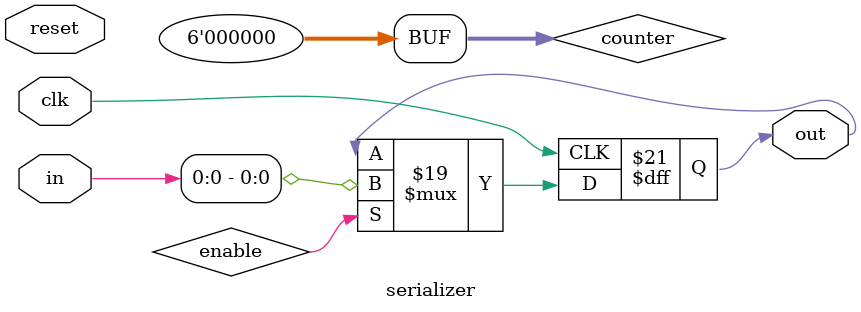
<source format=v>
module serializer(
	clk, 		//clock to send serialized data on out line
	reset, 		//reset counter to 0 on high
	in, 		//deserialized data
	out 		//serialized data
);
	
	parameter BITS = 48;		//size of serializer
	parameter BITS_COUNTER = 6;	//size of counter, must be at least log2(BITS)

	input clk, reset;
	input [BITS-1:0] in;
	
	output reg out;
	reg [BITS_COUNTER-1:0] counter;	//we need to know which array item (in) to read from
		
	always@(reset) begin
		counter = 0;
	end
	
	
	always@(posedge clk) begin
		if(enable && ~(counter==BITS)) begin	//when counter gets to limit, it'll stop counting until it's reset
			out <= in[counter];
			if(~reset) begin			//as long we're not resetting the counter
				counter = counter + 1;	//next item
			end
		end
	end
	
	
	
endmodule
</source>
